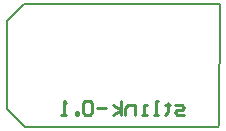
<source format=gbo>
G04*
G04 #@! TF.GenerationSoftware,Altium Limited,Altium Designer,20.2.7 (254)*
G04*
G04 Layer_Color=57008*
%FSLAX25Y25*%
%MOIN*%
G70*
G04*
G04 #@! TF.SameCoordinates,7611C49E-5CF1-4432-8612-C541E59B8BEB*
G04*
G04*
G04 #@! TF.FilePolarity,Positive*
G04*
G01*
G75*
%ADD12C,0.00787*%
%ADD45C,0.01000*%
D12*
X6102Y41339D02*
X71287Y41339D01*
X393Y35630D02*
X6102Y41339D01*
X6401Y390D02*
X70763D01*
X393Y6398D02*
Y35630D01*
Y6398D02*
X6401Y390D01*
X70763D02*
X71291Y917D01*
X71287Y41339D02*
X71391Y41235D01*
X71291Y917D02*
X71391Y41235D01*
D45*
X59630Y4346D02*
X57269D01*
X56481Y5134D01*
X57269Y5921D01*
X58843D01*
X59630Y6708D01*
X58843Y7495D01*
X56481D01*
X54120Y8282D02*
Y7495D01*
X54907D01*
X53333D01*
X54120D01*
Y5134D01*
X53333Y4346D01*
X50971D02*
X49397D01*
X50184D01*
Y9069D01*
X50971D01*
X47036Y4346D02*
X45461D01*
X46248D01*
Y7495D01*
X47036D01*
X43100Y4346D02*
Y7495D01*
X40738D01*
X39951Y6708D01*
Y4346D01*
X38377D02*
Y9069D01*
Y5921D02*
X36015Y7495D01*
X38377Y5921D02*
X36015Y4346D01*
X33654Y6708D02*
X30505D01*
X28931Y8282D02*
X28144Y9069D01*
X26570D01*
X25783Y8282D01*
Y5134D01*
X26570Y4346D01*
X28144D01*
X28931Y5134D01*
Y8282D01*
X24208Y4346D02*
Y5134D01*
X23421D01*
Y4346D01*
X24208D01*
X20273D02*
X18698D01*
X19485D01*
Y9069D01*
X20273Y8282D01*
M02*

</source>
